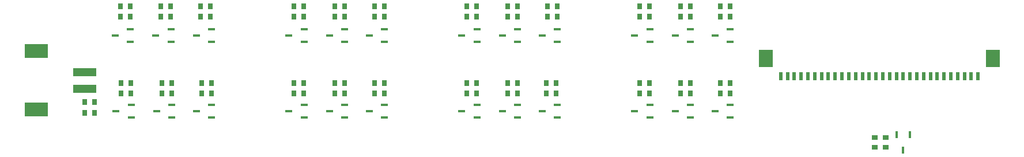
<source format=gbp>
G04*
G04 #@! TF.GenerationSoftware,Altium Limited,Altium Designer,24.0.1 (36)*
G04*
G04 Layer_Color=128*
%FSLAX44Y44*%
%MOMM*%
G71*
G04*
G04 #@! TF.SameCoordinates,6AB65015-FC58-47BD-B1F7-23B370D85B0D*
G04*
G04*
G04 #@! TF.FilePolarity,Positive*
G04*
G01*
G75*
%ADD17R,0.7500X0.8500*%
%ADD18R,0.5000X1.2500*%
%ADD19R,2.0000X2.5000*%
%ADD20R,0.4500X1.0000*%
%ADD21R,0.8500X0.7500*%
%ADD22R,3.5000X2.0000*%
%ADD23R,3.5000X1.2000*%
%ADD24R,1.0000X0.4500*%
D17*
X310780Y608330D02*
D03*
X296280D02*
D03*
X296280Y624840D02*
D03*
X310780D02*
D03*
X482230Y637540D02*
D03*
X467730D02*
D03*
X362850Y765810D02*
D03*
X348350D02*
D03*
X480960D02*
D03*
X466460D02*
D03*
X480960Y750570D02*
D03*
X466460D02*
D03*
X422540Y765810D02*
D03*
X408040D02*
D03*
X422540Y750570D02*
D03*
X408040D02*
D03*
X362850D02*
D03*
X348350D02*
D03*
X872120Y652780D02*
D03*
X857620D02*
D03*
X872120Y637540D02*
D03*
X857620D02*
D03*
X931810D02*
D03*
X917310D02*
D03*
X988960Y652780D02*
D03*
X974460D02*
D03*
X423810D02*
D03*
X409310D02*
D03*
X482230D02*
D03*
X467730D02*
D03*
X931810D02*
D03*
X917310D02*
D03*
X988960Y637540D02*
D03*
X974460D02*
D03*
X423810D02*
D03*
X409310D02*
D03*
X364120Y652780D02*
D03*
X349620D02*
D03*
X364120Y637540D02*
D03*
X349620D02*
D03*
X990230Y750570D02*
D03*
X975730D02*
D03*
X990230Y765810D02*
D03*
X975730D02*
D03*
X931810Y750570D02*
D03*
X917310D02*
D03*
X931810Y765810D02*
D03*
X917310D02*
D03*
X872120D02*
D03*
X857620D02*
D03*
X872120Y750570D02*
D03*
X857620D02*
D03*
X1126120Y652780D02*
D03*
X1111620D02*
D03*
X1126120Y637540D02*
D03*
X1111620D02*
D03*
X1185810D02*
D03*
X1171310D02*
D03*
X1244230D02*
D03*
X1229730D02*
D03*
X1185810Y652780D02*
D03*
X1171310D02*
D03*
X1244230Y765810D02*
D03*
X1229730D02*
D03*
X1244230Y750570D02*
D03*
X1229730D02*
D03*
X1185810D02*
D03*
X1171310D02*
D03*
X677810D02*
D03*
X663310D02*
D03*
X677810Y765810D02*
D03*
X663310D02*
D03*
X1126120D02*
D03*
X1111620D02*
D03*
X1126120Y750570D02*
D03*
X1111620D02*
D03*
X1244230Y652780D02*
D03*
X1229730D02*
D03*
X1185810Y765810D02*
D03*
X1171310D02*
D03*
X736230Y652780D02*
D03*
X721730D02*
D03*
X736230Y750570D02*
D03*
X721730D02*
D03*
X736230Y765810D02*
D03*
X721730D02*
D03*
X618120D02*
D03*
X603620D02*
D03*
X736230Y637540D02*
D03*
X721730D02*
D03*
X677810Y652780D02*
D03*
X663310D02*
D03*
X677810Y637540D02*
D03*
X663310D02*
D03*
X618120Y652780D02*
D03*
X603620D02*
D03*
X618120Y637540D02*
D03*
X603620D02*
D03*
X618120Y750570D02*
D03*
X603620D02*
D03*
D18*
X1608590Y662940D02*
D03*
X1598590D02*
D03*
X1568590D02*
D03*
X1558590D02*
D03*
X1538590D02*
D03*
X1518590D02*
D03*
X1508590D02*
D03*
X1458590D02*
D03*
X1318590D02*
D03*
X1328590D02*
D03*
X1338590D02*
D03*
X1348590D02*
D03*
X1358590D02*
D03*
X1368590D02*
D03*
X1378590D02*
D03*
X1388590D02*
D03*
X1398590D02*
D03*
X1408590D02*
D03*
X1448590D02*
D03*
X1438590D02*
D03*
X1418590D02*
D03*
X1428590D02*
D03*
X1468590D02*
D03*
X1478590D02*
D03*
X1488590D02*
D03*
X1498590D02*
D03*
X1528590D02*
D03*
X1548590D02*
D03*
X1578590D02*
D03*
X1588590D02*
D03*
D19*
X1296690Y688690D02*
D03*
X1630490D02*
D03*
D20*
X1489100Y576580D02*
D03*
X1508100D02*
D03*
X1498600Y553900D02*
D03*
D21*
X1456690Y557900D02*
D03*
Y572400D02*
D03*
X1473200Y557900D02*
D03*
Y572400D02*
D03*
D22*
X224880Y699860D02*
D03*
Y613320D02*
D03*
D23*
X296190Y669090D02*
D03*
Y644090D02*
D03*
D24*
X655500Y610870D02*
D03*
X678180Y601370D02*
D03*
Y620370D02*
D03*
X849810Y610870D02*
D03*
X872490Y601370D02*
D03*
Y620370D02*
D03*
X1221920Y610870D02*
D03*
X1244600Y601370D02*
D03*
Y620370D02*
D03*
X1163500Y610870D02*
D03*
X1186180Y601370D02*
D03*
Y620370D02*
D03*
X713920Y610870D02*
D03*
X736600Y601370D02*
D03*
Y620370D02*
D03*
X909500Y610870D02*
D03*
X932180Y601370D02*
D03*
Y620370D02*
D03*
X1103810Y610870D02*
D03*
X1126490Y601370D02*
D03*
Y620370D02*
D03*
X967920Y610870D02*
D03*
X990600Y601370D02*
D03*
Y620370D02*
D03*
X459920Y610870D02*
D03*
X482600Y601370D02*
D03*
Y620370D02*
D03*
X401500Y610870D02*
D03*
X424180Y601370D02*
D03*
Y620370D02*
D03*
X595810Y610870D02*
D03*
X618490Y601370D02*
D03*
Y620370D02*
D03*
X340540Y722630D02*
D03*
X363220Y713130D02*
D03*
Y732130D02*
D03*
X400230Y722630D02*
D03*
X422910Y713130D02*
D03*
Y732130D02*
D03*
X459920Y722630D02*
D03*
X482600Y713130D02*
D03*
Y732130D02*
D03*
X967920Y722630D02*
D03*
X990600Y713130D02*
D03*
Y732130D02*
D03*
X341810Y610870D02*
D03*
X364490Y601370D02*
D03*
Y620370D02*
D03*
X909500Y722630D02*
D03*
X932180Y713130D02*
D03*
Y732130D02*
D03*
X849810Y722630D02*
D03*
X872490Y713130D02*
D03*
Y732130D02*
D03*
X1221920Y722630D02*
D03*
X1244600Y713130D02*
D03*
Y732130D02*
D03*
X1163500Y722630D02*
D03*
X1186180Y713130D02*
D03*
Y732130D02*
D03*
X713920Y722630D02*
D03*
X736600Y713130D02*
D03*
Y732130D02*
D03*
X655500Y722630D02*
D03*
X678180Y713130D02*
D03*
Y732130D02*
D03*
X1103810Y722630D02*
D03*
X1126490Y713130D02*
D03*
Y732130D02*
D03*
X595810Y722630D02*
D03*
X618490Y713130D02*
D03*
Y732130D02*
D03*
M02*

</source>
